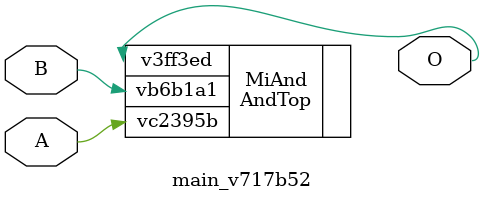
<source format=v>

`default_nettype none

module main (
 input v5f7ed1,
 input v3818e4,
 output v6f201c,
 output [0:6] vinit
);
 wire w0;
 wire w1;
 wire w2;
 assign w0 = v5f7ed1;
 assign w1 = v3818e4;
 assign v6f201c = w2;
 main_v717b52 v717b52 (
  .A(w0),
  .B(w1),
  .O(w2)
 );
 assign vinit = 7'b0000000;
endmodule

/*-------------------------------------------------*/
/*--   */
/*-- - - - - - - - - - - - - - - - - - - - - - - --*/
/*-- 
/*-------------------------------------------------*/

module main_v717b52 (
 input A,
 input B,
 output O
);
 //@include And.v
 
 AndTop MiAnd(.vc2395b(A),.vb6b1a1(B),.v3ff3ed(O));
 
endmodule

</source>
